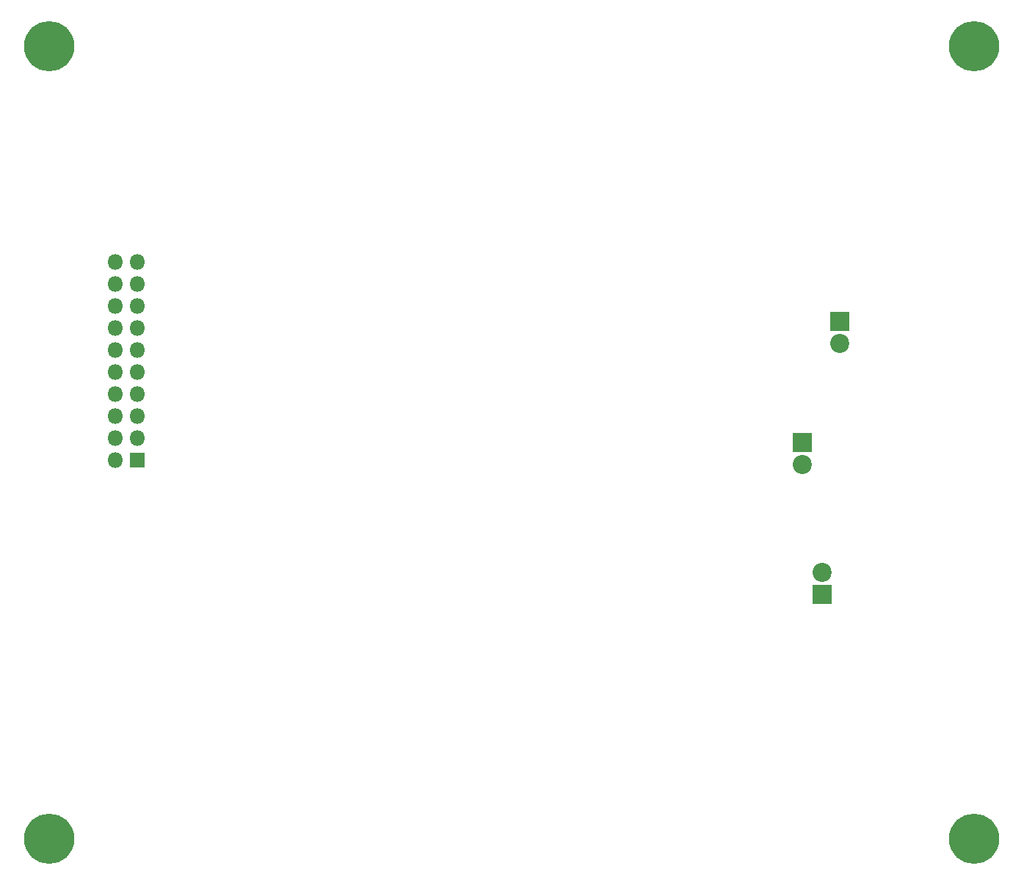
<source format=gbs>
%TF.GenerationSoftware,KiCad,Pcbnew,(5.1.6)-1*%
%TF.CreationDate,2020-10-29T17:58:23+05:30*%
%TF.ProjectId,LTC3884,4c544333-3838-4342-9e6b-696361645f70,rev?*%
%TF.SameCoordinates,Original*%
%TF.FileFunction,Soldermask,Bot*%
%TF.FilePolarity,Negative*%
%FSLAX46Y46*%
G04 Gerber Fmt 4.6, Leading zero omitted, Abs format (unit mm)*
G04 Created by KiCad (PCBNEW (5.1.6)-1) date 2020-10-29 17:58:23*
%MOMM*%
%LPD*%
G01*
G04 APERTURE LIST*
%ADD10C,5.800000*%
%ADD11R,2.200000X2.200000*%
%ADD12C,2.200000*%
%ADD13R,1.800000X1.800000*%
%ADD14O,1.800000X1.800000*%
G04 APERTURE END LIST*
D10*
%TO.C,REF\u002A\u002A*%
X130810000Y-158750000D03*
%TD*%
%TO.C,REF\u002A\u002A*%
X237490000Y-158750000D03*
%TD*%
%TO.C,REF\u002A\u002A*%
X130810000Y-67310000D03*
%TD*%
%TO.C,REF\u002A\u002A*%
X237490000Y-67310000D03*
%TD*%
D11*
%TO.C,J1*%
X217678000Y-113030000D03*
D12*
X217678000Y-115570000D03*
%TD*%
D11*
%TO.C,J2*%
X221996000Y-99060000D03*
D12*
X221996000Y-101600000D03*
%TD*%
D13*
%TO.C,J3*%
X140970000Y-115062000D03*
D14*
X138430000Y-115062000D03*
X140970000Y-112522000D03*
X138430000Y-112522000D03*
X140970000Y-109982000D03*
X138430000Y-109982000D03*
X140970000Y-107442000D03*
X138430000Y-107442000D03*
X140970000Y-104902000D03*
X138430000Y-104902000D03*
X140970000Y-102362000D03*
X138430000Y-102362000D03*
X140970000Y-99822000D03*
X138430000Y-99822000D03*
X140970000Y-97282000D03*
X138430000Y-97282000D03*
X140970000Y-94742000D03*
X138430000Y-94742000D03*
X140970000Y-92202000D03*
X138430000Y-92202000D03*
%TD*%
D12*
%TO.C,J4*%
X219964000Y-128016000D03*
D11*
X219964000Y-130556000D03*
%TD*%
M02*

</source>
